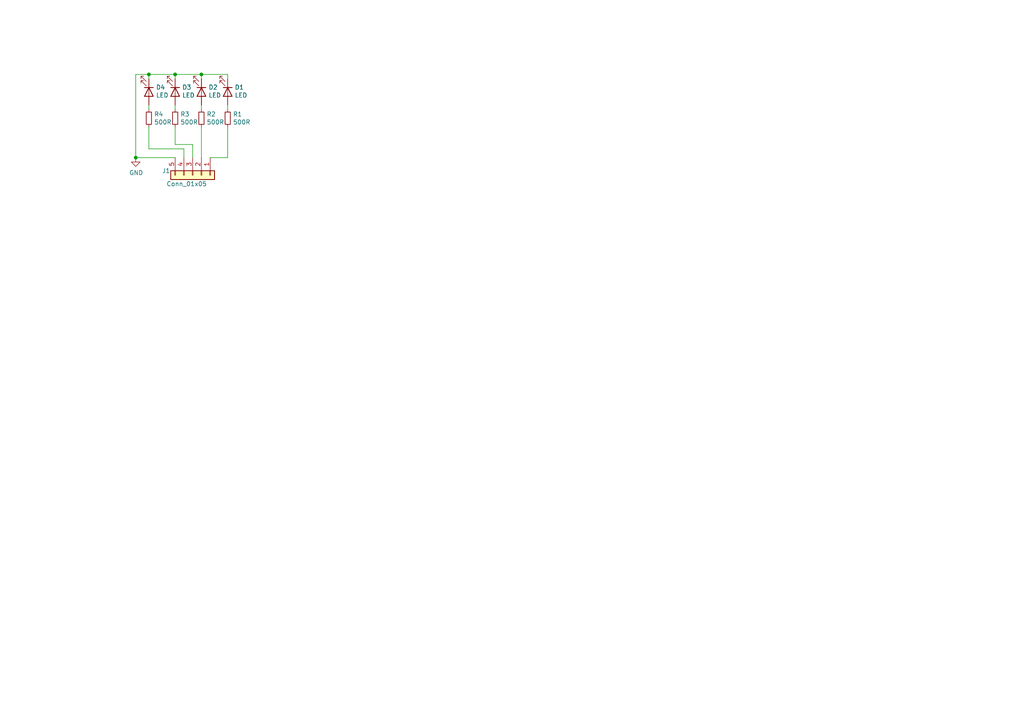
<source format=kicad_sch>
(kicad_sch (version 20211123) (generator eeschema)
  (paper "A4")
  (lib_symbols
    (symbol "Connector_Generic:Conn_01x05" (pin_names (offset 1.016) hide)
      (property "Reference" "J" (at 0 7.62 0))
      (property "Value" "Conn_01x05" (at 0 -7.62 0))
      (symbol "Conn_01x05_1_1"
        (rectangle (start -1.27 -4.953) (end 0 -5.207) (stroke (width 0.1524)))
        (rectangle (start -1.27 -2.413) (end 0 -2.667) (stroke (width 0.1524)))
        (rectangle (start -1.27 0.127) (end 0 -0.127) (stroke (width 0.1524)))
        (rectangle (start -1.27 2.667) (end 0 2.413) (stroke (width 0.1524)))
        (rectangle (start -1.27 5.207) (end 0 4.953) (stroke (width 0.1524)))
        (rectangle (start -1.27 6.35) (end 1.27 -6.35) (stroke (width 0.254)) (fill (type background)))
        (pin passive line (at -5.08 5.08 0) (length 3.81) (name "Pin_1") (number "1"))
        (pin passive line (at -5.08 2.54 0) (length 3.81) (name "Pin_2") (number "2"))
        (pin passive line (at -5.08 0 0) (length 3.81) (name "Pin_3") (number "3"))
        (pin passive line (at -5.08 -2.54 0) (length 3.81) (name "Pin_4") (number "4"))
        (pin passive line (at -5.08 -5.08 0) (length 3.81) (name "Pin_5") (number "5"))
      )
    )
    (symbol "Device:LED" (pin_numbers hide) (pin_names (offset 1.016) hide)
      (property "Reference" "D" (at 0 2.54 0))
      (property "Value" "LED" (at 0 -2.54 0))
      (symbol "LED_0_1"
        (polyline (pts (xy -1.27 -1.27) (xy -1.27 1.27)) (stroke (width 0.254)))
        (polyline (pts (xy -1.27 0) (xy 1.27 0)))
        (polyline (pts (xy 1.27 -1.27) (xy 1.27 1.27) (xy -1.27 0) (xy 1.27 -1.27)) (stroke (width 0.254)))
        (polyline (pts (xy -3.048 -0.762) (xy -4.572 -2.286) (xy -3.81 -2.286) (xy -4.572 -2.286) (xy -4.572 -1.524)))
        (polyline (pts (xy -1.778 -0.762) (xy -3.302 -2.286) (xy -2.54 -2.286) (xy -3.302 -2.286) (xy -3.302 -1.524)))
      )
      (symbol "LED_1_1"
        (pin passive line (at -3.81 0 0) (length 2.54) (name "K") (number "1"))
        (pin passive line (at 3.81 0 180) (length 2.54) (name "A") (number "2"))
      )
    )
    (symbol "Device:R_Small" (pin_numbers hide) (pin_names (offset 0.254) hide)
      (property "Reference" "R" (at 0.762 0.508 0))
      (property "Value" "R_Small" (at 0.762 -1.016 0))
      (symbol "R_Small_0_1"
        (rectangle (start -0.762 1.778) (end 0.762 -1.778) (stroke (width 0.2032)))
      )
      (symbol "R_Small_1_1"
        (pin passive line (at 0 2.54 270) (length 0.762) (name "~") (number "1"))
        (pin passive line (at 0 -2.54 90) (length 0.762) (name "~") (number "2"))
      )
    )
    (symbol "power:GND" (power) (pin_names (offset 0))
      (property "Value" "GND" (at 0 -3.81 0))
      (symbol "GND_0_1"
        (polyline (pts (xy 0 0) (xy 0 -1.27) (xy 1.27 -1.27) (xy 0 -2.54) (xy -1.27 -1.27) (xy 0 -1.27)))
      )
      (symbol "GND_1_1"
        (pin power_in line (at 0 0 270) (length 0) hide (name "GND") (number "1"))
      )
    )
  )
  (junction (at 58.42 21.59))
  (junction (at 50.8 21.59))
  (junction (at 43.18 21.59))
  (junction (at 39.37 45.72))
  (wire (pts (xy 66.04 31.75) (xy 66.04 30.48)))
  (wire (pts (xy 43.18 30.48) (xy 43.18 31.75)))
  (wire (pts (xy 60.96 45.72) (xy 66.04 45.72)))
  (wire (pts (xy 43.18 21.59) (xy 43.18 22.86)))
  (wire (pts (xy 66.04 22.86) (xy 66.04 21.59)))
  (wire (pts (xy 43.18 43.18) (xy 43.18 36.83)))
  (wire (pts (xy 66.04 45.72) (xy 66.04 36.83)))
  (wire (pts (xy 58.42 21.59) (xy 50.8 21.59)))
  (wire (pts (xy 50.8 31.75) (xy 50.8 30.48)))
  (wire (pts (xy 50.8 22.86) (xy 50.8 21.59)))
  (wire (pts (xy 39.37 45.72) (xy 50.8 45.72)))
  (wire (pts (xy 58.42 36.83) (xy 58.42 45.72)))
  (wire (pts (xy 53.34 45.72) (xy 53.34 43.18)))
  (wire (pts (xy 43.18 21.59) (xy 50.8 21.59)))
  (wire (pts (xy 66.04 21.59) (xy 58.42 21.59)))
  (wire (pts (xy 58.42 22.86) (xy 58.42 21.59)))
  (wire (pts (xy 58.42 31.75) (xy 58.42 30.48)))
  (wire (pts (xy 53.34 43.18) (xy 43.18 43.18)))
  (wire (pts (xy 43.18 21.59) (xy 39.37 21.59)))
  (wire (pts (xy 55.88 41.91) (xy 50.8 41.91)))
  (wire (pts (xy 50.8 41.91) (xy 50.8 36.83)))
  (wire (pts (xy 55.88 45.72) (xy 55.88 41.91)))
  (wire (pts (xy 39.37 21.59) (xy 39.37 45.72)))
  (symbol (lib_id "Device:LED") (at 66.04 26.67 270) (unit 1)
    (property "Reference" "D1" (at 68.072 25.3238 90) (effects (justify left)))
    (property "Value" "LED" (at 68.072 27.6352 90) (effects (justify left)))
    (property "Footprint" "LED_THT:LED_D3.0mm" (effects hide))
  )
  (symbol (lib_id "Device:R_Small") (at 66.04 34.29 0) (unit 1)
    (property "Reference" "R1" (at 67.5386 33.1216 0) (effects (justify left)))
    (property "Value" "500R" (at 67.5386 35.433 0) (effects (justify left)))
    (property "Footprint" "Resistor_THT:R_Axial_DIN0309_L9.0mm_D3.2mm_P12.70mm_Horizontal" (effects hide))
  )
  (symbol (lib_id "Device:R_Small") (at 58.42 34.29 0) (unit 1)
    (property "Reference" "R2" (at 59.9186 33.1216 0) (effects (justify left)))
    (property "Value" "500R" (at 59.9186 35.433 0) (effects (justify left)))
    (property "Footprint" "Resistor_THT:R_Axial_DIN0309_L9.0mm_D3.2mm_P12.70mm_Horizontal" (effects hide))
  )
  (symbol (lib_id "Device:LED") (at 58.42 26.67 270) (unit 1)
    (property "Reference" "D2" (at 60.452 25.3238 90) (effects (justify left)))
    (property "Value" "LED" (at 60.452 27.6352 90) (effects (justify left)))
    (property "Footprint" "LED_THT:LED_D3.0mm" (effects hide))
  )
  (symbol (lib_id "Device:R_Small") (at 50.8 34.29 0) (unit 1)
    (property "Reference" "R3" (at 52.2986 33.1216 0) (effects (justify left)))
    (property "Value" "500R" (at 52.2986 35.433 0) (effects (justify left)))
    (property "Footprint" "Resistor_THT:R_Axial_DIN0309_L9.0mm_D3.2mm_P12.70mm_Horizontal" (effects hide))
  )
  (symbol (lib_id "Device:LED") (at 50.8 26.67 270) (unit 1)
    (property "Reference" "D3" (at 52.832 25.3238 90) (effects (justify left)))
    (property "Value" "LED" (at 52.832 27.6352 90) (effects (justify left)))
    (property "Footprint" "LED_THT:LED_D3.0mm" (effects hide))
  )
  (symbol (lib_id "Device:R_Small") (at 43.18 34.29 0) (unit 1)
    (property "Reference" "R4" (at 44.6786 33.1216 0) (effects (justify left)))
    (property "Value" "500R" (at 44.6786 35.433 0) (effects (justify left)))
    (property "Footprint" "Resistor_THT:R_Axial_DIN0309_L9.0mm_D3.2mm_P12.70mm_Horizontal" (effects hide))
  )
  (symbol (lib_id "power:GND") (at 39.37 45.72 0) (unit 1)
    (property "Reference" "#PWR0101" (effects hide))
    (property "Value" "GND" (at 39.497 50.1142 0))
  )
  (symbol (lib_id "Connector_Generic:Conn_01x05") (at 55.88 50.8 270) (unit 1)
    (property "Reference" "J1" (at 46.99 49.53 90) (effects (justify left)))
    (property "Value" "Conn_01x05" (at 48.26 53.34 90) (effects (justify left)))
    (property "Footprint" "Connector_PinHeader_2.54mm:PinHeader_1x05_P2.54mm_Vertical" (effects hide))
  )
  (symbol (lib_id "Device:LED") (at 43.18 26.67 270) (unit 1)
    (property "Reference" "D4" (at 45.212 25.3238 90) (effects (justify left)))
    (property "Value" "LED" (at 45.212 27.6352 90) (effects (justify left)))
    (property "Footprint" "LED_THT:LED_D3.0mm" (effects hide))
  )
)
</source>
